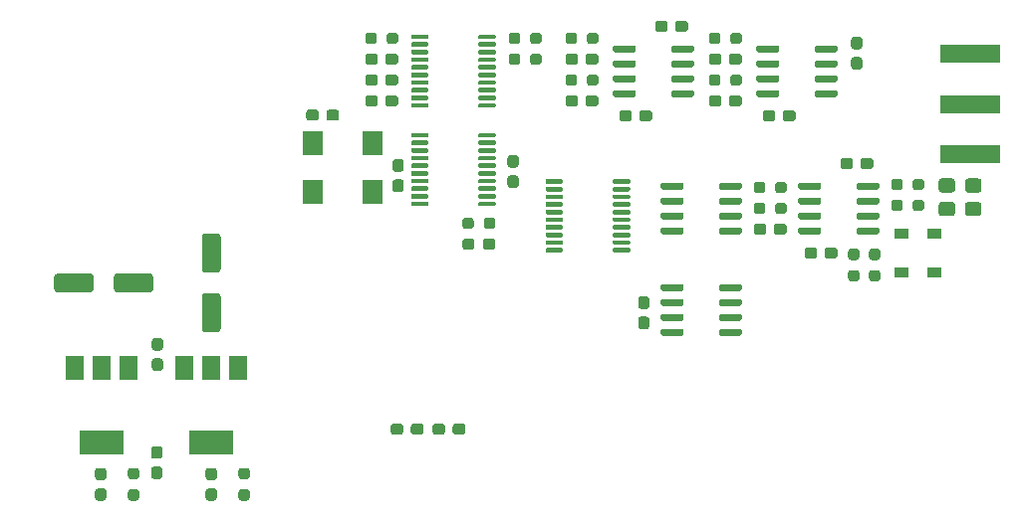
<source format=gtp>
G04 #@! TF.GenerationSoftware,KiCad,Pcbnew,(5.1.9)-1*
G04 #@! TF.CreationDate,2022-01-14T23:32:10+03:00*
G04 #@! TF.ProjectId,HW,48572e6b-6963-4616-945f-706362585858,rev?*
G04 #@! TF.SameCoordinates,Original*
G04 #@! TF.FileFunction,Paste,Top*
G04 #@! TF.FilePolarity,Positive*
%FSLAX46Y46*%
G04 Gerber Fmt 4.6, Leading zero omitted, Abs format (unit mm)*
G04 Created by KiCad (PCBNEW (5.1.9)-1) date 2022-01-14 23:32:10*
%MOMM*%
%LPD*%
G01*
G04 APERTURE LIST*
%ADD10R,1.200000X0.900000*%
%ADD11R,1.500000X2.000000*%
%ADD12R,3.800000X2.000000*%
%ADD13R,1.800000X2.000000*%
%ADD14R,5.080000X1.500000*%
G04 APERTURE END LIST*
D10*
X181102000Y-90042000D03*
X181102000Y-86742000D03*
X183896000Y-86742000D03*
X183896000Y-90042000D03*
G36*
G01*
X165584000Y-91463000D02*
X165584000Y-91163000D01*
G75*
G02*
X165734000Y-91013000I150000J0D01*
G01*
X167384000Y-91013000D01*
G75*
G02*
X167534000Y-91163000I0J-150000D01*
G01*
X167534000Y-91463000D01*
G75*
G02*
X167384000Y-91613000I-150000J0D01*
G01*
X165734000Y-91613000D01*
G75*
G02*
X165584000Y-91463000I0J150000D01*
G01*
G37*
G36*
G01*
X165584000Y-92733000D02*
X165584000Y-92433000D01*
G75*
G02*
X165734000Y-92283000I150000J0D01*
G01*
X167384000Y-92283000D01*
G75*
G02*
X167534000Y-92433000I0J-150000D01*
G01*
X167534000Y-92733000D01*
G75*
G02*
X167384000Y-92883000I-150000J0D01*
G01*
X165734000Y-92883000D01*
G75*
G02*
X165584000Y-92733000I0J150000D01*
G01*
G37*
G36*
G01*
X165584000Y-94003000D02*
X165584000Y-93703000D01*
G75*
G02*
X165734000Y-93553000I150000J0D01*
G01*
X167384000Y-93553000D01*
G75*
G02*
X167534000Y-93703000I0J-150000D01*
G01*
X167534000Y-94003000D01*
G75*
G02*
X167384000Y-94153000I-150000J0D01*
G01*
X165734000Y-94153000D01*
G75*
G02*
X165584000Y-94003000I0J150000D01*
G01*
G37*
G36*
G01*
X165584000Y-95273000D02*
X165584000Y-94973000D01*
G75*
G02*
X165734000Y-94823000I150000J0D01*
G01*
X167384000Y-94823000D01*
G75*
G02*
X167534000Y-94973000I0J-150000D01*
G01*
X167534000Y-95273000D01*
G75*
G02*
X167384000Y-95423000I-150000J0D01*
G01*
X165734000Y-95423000D01*
G75*
G02*
X165584000Y-95273000I0J150000D01*
G01*
G37*
G36*
G01*
X160634000Y-95273000D02*
X160634000Y-94973000D01*
G75*
G02*
X160784000Y-94823000I150000J0D01*
G01*
X162434000Y-94823000D01*
G75*
G02*
X162584000Y-94973000I0J-150000D01*
G01*
X162584000Y-95273000D01*
G75*
G02*
X162434000Y-95423000I-150000J0D01*
G01*
X160784000Y-95423000D01*
G75*
G02*
X160634000Y-95273000I0J150000D01*
G01*
G37*
G36*
G01*
X160634000Y-94003000D02*
X160634000Y-93703000D01*
G75*
G02*
X160784000Y-93553000I150000J0D01*
G01*
X162434000Y-93553000D01*
G75*
G02*
X162584000Y-93703000I0J-150000D01*
G01*
X162584000Y-94003000D01*
G75*
G02*
X162434000Y-94153000I-150000J0D01*
G01*
X160784000Y-94153000D01*
G75*
G02*
X160634000Y-94003000I0J150000D01*
G01*
G37*
G36*
G01*
X160634000Y-92733000D02*
X160634000Y-92433000D01*
G75*
G02*
X160784000Y-92283000I150000J0D01*
G01*
X162434000Y-92283000D01*
G75*
G02*
X162584000Y-92433000I0J-150000D01*
G01*
X162584000Y-92733000D01*
G75*
G02*
X162434000Y-92883000I-150000J0D01*
G01*
X160784000Y-92883000D01*
G75*
G02*
X160634000Y-92733000I0J150000D01*
G01*
G37*
G36*
G01*
X160634000Y-91463000D02*
X160634000Y-91163000D01*
G75*
G02*
X160784000Y-91013000I150000J0D01*
G01*
X162434000Y-91013000D01*
G75*
G02*
X162584000Y-91163000I0J-150000D01*
G01*
X162584000Y-91463000D01*
G75*
G02*
X162434000Y-91613000I-150000J0D01*
G01*
X160784000Y-91613000D01*
G75*
G02*
X160634000Y-91463000I0J150000D01*
G01*
G37*
D11*
X124728000Y-98196000D03*
X120128000Y-98196000D03*
X122428000Y-98196000D03*
D12*
X122428000Y-104496000D03*
D11*
X115393500Y-98196000D03*
X110793500Y-98196000D03*
X113093500Y-98196000D03*
D12*
X113093500Y-104496000D03*
G36*
G01*
X156557000Y-82392000D02*
X156557000Y-82192000D01*
G75*
G02*
X156657000Y-82092000I100000J0D01*
G01*
X157932000Y-82092000D01*
G75*
G02*
X158032000Y-82192000I0J-100000D01*
G01*
X158032000Y-82392000D01*
G75*
G02*
X157932000Y-82492000I-100000J0D01*
G01*
X156657000Y-82492000D01*
G75*
G02*
X156557000Y-82392000I0J100000D01*
G01*
G37*
G36*
G01*
X156557000Y-83042000D02*
X156557000Y-82842000D01*
G75*
G02*
X156657000Y-82742000I100000J0D01*
G01*
X157932000Y-82742000D01*
G75*
G02*
X158032000Y-82842000I0J-100000D01*
G01*
X158032000Y-83042000D01*
G75*
G02*
X157932000Y-83142000I-100000J0D01*
G01*
X156657000Y-83142000D01*
G75*
G02*
X156557000Y-83042000I0J100000D01*
G01*
G37*
G36*
G01*
X156557000Y-83692000D02*
X156557000Y-83492000D01*
G75*
G02*
X156657000Y-83392000I100000J0D01*
G01*
X157932000Y-83392000D01*
G75*
G02*
X158032000Y-83492000I0J-100000D01*
G01*
X158032000Y-83692000D01*
G75*
G02*
X157932000Y-83792000I-100000J0D01*
G01*
X156657000Y-83792000D01*
G75*
G02*
X156557000Y-83692000I0J100000D01*
G01*
G37*
G36*
G01*
X156557000Y-84342000D02*
X156557000Y-84142000D01*
G75*
G02*
X156657000Y-84042000I100000J0D01*
G01*
X157932000Y-84042000D01*
G75*
G02*
X158032000Y-84142000I0J-100000D01*
G01*
X158032000Y-84342000D01*
G75*
G02*
X157932000Y-84442000I-100000J0D01*
G01*
X156657000Y-84442000D01*
G75*
G02*
X156557000Y-84342000I0J100000D01*
G01*
G37*
G36*
G01*
X156557000Y-84992000D02*
X156557000Y-84792000D01*
G75*
G02*
X156657000Y-84692000I100000J0D01*
G01*
X157932000Y-84692000D01*
G75*
G02*
X158032000Y-84792000I0J-100000D01*
G01*
X158032000Y-84992000D01*
G75*
G02*
X157932000Y-85092000I-100000J0D01*
G01*
X156657000Y-85092000D01*
G75*
G02*
X156557000Y-84992000I0J100000D01*
G01*
G37*
G36*
G01*
X156557000Y-85642000D02*
X156557000Y-85442000D01*
G75*
G02*
X156657000Y-85342000I100000J0D01*
G01*
X157932000Y-85342000D01*
G75*
G02*
X158032000Y-85442000I0J-100000D01*
G01*
X158032000Y-85642000D01*
G75*
G02*
X157932000Y-85742000I-100000J0D01*
G01*
X156657000Y-85742000D01*
G75*
G02*
X156557000Y-85642000I0J100000D01*
G01*
G37*
G36*
G01*
X156557000Y-86292000D02*
X156557000Y-86092000D01*
G75*
G02*
X156657000Y-85992000I100000J0D01*
G01*
X157932000Y-85992000D01*
G75*
G02*
X158032000Y-86092000I0J-100000D01*
G01*
X158032000Y-86292000D01*
G75*
G02*
X157932000Y-86392000I-100000J0D01*
G01*
X156657000Y-86392000D01*
G75*
G02*
X156557000Y-86292000I0J100000D01*
G01*
G37*
G36*
G01*
X156557000Y-86942000D02*
X156557000Y-86742000D01*
G75*
G02*
X156657000Y-86642000I100000J0D01*
G01*
X157932000Y-86642000D01*
G75*
G02*
X158032000Y-86742000I0J-100000D01*
G01*
X158032000Y-86942000D01*
G75*
G02*
X157932000Y-87042000I-100000J0D01*
G01*
X156657000Y-87042000D01*
G75*
G02*
X156557000Y-86942000I0J100000D01*
G01*
G37*
G36*
G01*
X156557000Y-87592000D02*
X156557000Y-87392000D01*
G75*
G02*
X156657000Y-87292000I100000J0D01*
G01*
X157932000Y-87292000D01*
G75*
G02*
X158032000Y-87392000I0J-100000D01*
G01*
X158032000Y-87592000D01*
G75*
G02*
X157932000Y-87692000I-100000J0D01*
G01*
X156657000Y-87692000D01*
G75*
G02*
X156557000Y-87592000I0J100000D01*
G01*
G37*
G36*
G01*
X156557000Y-88242000D02*
X156557000Y-88042000D01*
G75*
G02*
X156657000Y-87942000I100000J0D01*
G01*
X157932000Y-87942000D01*
G75*
G02*
X158032000Y-88042000I0J-100000D01*
G01*
X158032000Y-88242000D01*
G75*
G02*
X157932000Y-88342000I-100000J0D01*
G01*
X156657000Y-88342000D01*
G75*
G02*
X156557000Y-88242000I0J100000D01*
G01*
G37*
G36*
G01*
X150832000Y-88242000D02*
X150832000Y-88042000D01*
G75*
G02*
X150932000Y-87942000I100000J0D01*
G01*
X152207000Y-87942000D01*
G75*
G02*
X152307000Y-88042000I0J-100000D01*
G01*
X152307000Y-88242000D01*
G75*
G02*
X152207000Y-88342000I-100000J0D01*
G01*
X150932000Y-88342000D01*
G75*
G02*
X150832000Y-88242000I0J100000D01*
G01*
G37*
G36*
G01*
X150832000Y-87592000D02*
X150832000Y-87392000D01*
G75*
G02*
X150932000Y-87292000I100000J0D01*
G01*
X152207000Y-87292000D01*
G75*
G02*
X152307000Y-87392000I0J-100000D01*
G01*
X152307000Y-87592000D01*
G75*
G02*
X152207000Y-87692000I-100000J0D01*
G01*
X150932000Y-87692000D01*
G75*
G02*
X150832000Y-87592000I0J100000D01*
G01*
G37*
G36*
G01*
X150832000Y-86942000D02*
X150832000Y-86742000D01*
G75*
G02*
X150932000Y-86642000I100000J0D01*
G01*
X152207000Y-86642000D01*
G75*
G02*
X152307000Y-86742000I0J-100000D01*
G01*
X152307000Y-86942000D01*
G75*
G02*
X152207000Y-87042000I-100000J0D01*
G01*
X150932000Y-87042000D01*
G75*
G02*
X150832000Y-86942000I0J100000D01*
G01*
G37*
G36*
G01*
X150832000Y-86292000D02*
X150832000Y-86092000D01*
G75*
G02*
X150932000Y-85992000I100000J0D01*
G01*
X152207000Y-85992000D01*
G75*
G02*
X152307000Y-86092000I0J-100000D01*
G01*
X152307000Y-86292000D01*
G75*
G02*
X152207000Y-86392000I-100000J0D01*
G01*
X150932000Y-86392000D01*
G75*
G02*
X150832000Y-86292000I0J100000D01*
G01*
G37*
G36*
G01*
X150832000Y-85642000D02*
X150832000Y-85442000D01*
G75*
G02*
X150932000Y-85342000I100000J0D01*
G01*
X152207000Y-85342000D01*
G75*
G02*
X152307000Y-85442000I0J-100000D01*
G01*
X152307000Y-85642000D01*
G75*
G02*
X152207000Y-85742000I-100000J0D01*
G01*
X150932000Y-85742000D01*
G75*
G02*
X150832000Y-85642000I0J100000D01*
G01*
G37*
G36*
G01*
X150832000Y-84992000D02*
X150832000Y-84792000D01*
G75*
G02*
X150932000Y-84692000I100000J0D01*
G01*
X152207000Y-84692000D01*
G75*
G02*
X152307000Y-84792000I0J-100000D01*
G01*
X152307000Y-84992000D01*
G75*
G02*
X152207000Y-85092000I-100000J0D01*
G01*
X150932000Y-85092000D01*
G75*
G02*
X150832000Y-84992000I0J100000D01*
G01*
G37*
G36*
G01*
X150832000Y-84342000D02*
X150832000Y-84142000D01*
G75*
G02*
X150932000Y-84042000I100000J0D01*
G01*
X152207000Y-84042000D01*
G75*
G02*
X152307000Y-84142000I0J-100000D01*
G01*
X152307000Y-84342000D01*
G75*
G02*
X152207000Y-84442000I-100000J0D01*
G01*
X150932000Y-84442000D01*
G75*
G02*
X150832000Y-84342000I0J100000D01*
G01*
G37*
G36*
G01*
X150832000Y-83692000D02*
X150832000Y-83492000D01*
G75*
G02*
X150932000Y-83392000I100000J0D01*
G01*
X152207000Y-83392000D01*
G75*
G02*
X152307000Y-83492000I0J-100000D01*
G01*
X152307000Y-83692000D01*
G75*
G02*
X152207000Y-83792000I-100000J0D01*
G01*
X150932000Y-83792000D01*
G75*
G02*
X150832000Y-83692000I0J100000D01*
G01*
G37*
G36*
G01*
X150832000Y-83042000D02*
X150832000Y-82842000D01*
G75*
G02*
X150932000Y-82742000I100000J0D01*
G01*
X152207000Y-82742000D01*
G75*
G02*
X152307000Y-82842000I0J-100000D01*
G01*
X152307000Y-83042000D01*
G75*
G02*
X152207000Y-83142000I-100000J0D01*
G01*
X150932000Y-83142000D01*
G75*
G02*
X150832000Y-83042000I0J100000D01*
G01*
G37*
G36*
G01*
X150832000Y-82392000D02*
X150832000Y-82192000D01*
G75*
G02*
X150932000Y-82092000I100000J0D01*
G01*
X152207000Y-82092000D01*
G75*
G02*
X152307000Y-82192000I0J-100000D01*
G01*
X152307000Y-82392000D01*
G75*
G02*
X152207000Y-82492000I-100000J0D01*
G01*
X150932000Y-82492000D01*
G75*
G02*
X150832000Y-82392000I0J100000D01*
G01*
G37*
G36*
G01*
X145127000Y-78455000D02*
X145127000Y-78255000D01*
G75*
G02*
X145227000Y-78155000I100000J0D01*
G01*
X146502000Y-78155000D01*
G75*
G02*
X146602000Y-78255000I0J-100000D01*
G01*
X146602000Y-78455000D01*
G75*
G02*
X146502000Y-78555000I-100000J0D01*
G01*
X145227000Y-78555000D01*
G75*
G02*
X145127000Y-78455000I0J100000D01*
G01*
G37*
G36*
G01*
X145127000Y-79105000D02*
X145127000Y-78905000D01*
G75*
G02*
X145227000Y-78805000I100000J0D01*
G01*
X146502000Y-78805000D01*
G75*
G02*
X146602000Y-78905000I0J-100000D01*
G01*
X146602000Y-79105000D01*
G75*
G02*
X146502000Y-79205000I-100000J0D01*
G01*
X145227000Y-79205000D01*
G75*
G02*
X145127000Y-79105000I0J100000D01*
G01*
G37*
G36*
G01*
X145127000Y-79755000D02*
X145127000Y-79555000D01*
G75*
G02*
X145227000Y-79455000I100000J0D01*
G01*
X146502000Y-79455000D01*
G75*
G02*
X146602000Y-79555000I0J-100000D01*
G01*
X146602000Y-79755000D01*
G75*
G02*
X146502000Y-79855000I-100000J0D01*
G01*
X145227000Y-79855000D01*
G75*
G02*
X145127000Y-79755000I0J100000D01*
G01*
G37*
G36*
G01*
X145127000Y-80405000D02*
X145127000Y-80205000D01*
G75*
G02*
X145227000Y-80105000I100000J0D01*
G01*
X146502000Y-80105000D01*
G75*
G02*
X146602000Y-80205000I0J-100000D01*
G01*
X146602000Y-80405000D01*
G75*
G02*
X146502000Y-80505000I-100000J0D01*
G01*
X145227000Y-80505000D01*
G75*
G02*
X145127000Y-80405000I0J100000D01*
G01*
G37*
G36*
G01*
X145127000Y-81055000D02*
X145127000Y-80855000D01*
G75*
G02*
X145227000Y-80755000I100000J0D01*
G01*
X146502000Y-80755000D01*
G75*
G02*
X146602000Y-80855000I0J-100000D01*
G01*
X146602000Y-81055000D01*
G75*
G02*
X146502000Y-81155000I-100000J0D01*
G01*
X145227000Y-81155000D01*
G75*
G02*
X145127000Y-81055000I0J100000D01*
G01*
G37*
G36*
G01*
X145127000Y-81705000D02*
X145127000Y-81505000D01*
G75*
G02*
X145227000Y-81405000I100000J0D01*
G01*
X146502000Y-81405000D01*
G75*
G02*
X146602000Y-81505000I0J-100000D01*
G01*
X146602000Y-81705000D01*
G75*
G02*
X146502000Y-81805000I-100000J0D01*
G01*
X145227000Y-81805000D01*
G75*
G02*
X145127000Y-81705000I0J100000D01*
G01*
G37*
G36*
G01*
X145127000Y-82355000D02*
X145127000Y-82155000D01*
G75*
G02*
X145227000Y-82055000I100000J0D01*
G01*
X146502000Y-82055000D01*
G75*
G02*
X146602000Y-82155000I0J-100000D01*
G01*
X146602000Y-82355000D01*
G75*
G02*
X146502000Y-82455000I-100000J0D01*
G01*
X145227000Y-82455000D01*
G75*
G02*
X145127000Y-82355000I0J100000D01*
G01*
G37*
G36*
G01*
X145127000Y-83005000D02*
X145127000Y-82805000D01*
G75*
G02*
X145227000Y-82705000I100000J0D01*
G01*
X146502000Y-82705000D01*
G75*
G02*
X146602000Y-82805000I0J-100000D01*
G01*
X146602000Y-83005000D01*
G75*
G02*
X146502000Y-83105000I-100000J0D01*
G01*
X145227000Y-83105000D01*
G75*
G02*
X145127000Y-83005000I0J100000D01*
G01*
G37*
G36*
G01*
X145127000Y-83655000D02*
X145127000Y-83455000D01*
G75*
G02*
X145227000Y-83355000I100000J0D01*
G01*
X146502000Y-83355000D01*
G75*
G02*
X146602000Y-83455000I0J-100000D01*
G01*
X146602000Y-83655000D01*
G75*
G02*
X146502000Y-83755000I-100000J0D01*
G01*
X145227000Y-83755000D01*
G75*
G02*
X145127000Y-83655000I0J100000D01*
G01*
G37*
G36*
G01*
X145127000Y-84305000D02*
X145127000Y-84105000D01*
G75*
G02*
X145227000Y-84005000I100000J0D01*
G01*
X146502000Y-84005000D01*
G75*
G02*
X146602000Y-84105000I0J-100000D01*
G01*
X146602000Y-84305000D01*
G75*
G02*
X146502000Y-84405000I-100000J0D01*
G01*
X145227000Y-84405000D01*
G75*
G02*
X145127000Y-84305000I0J100000D01*
G01*
G37*
G36*
G01*
X139402000Y-84305000D02*
X139402000Y-84105000D01*
G75*
G02*
X139502000Y-84005000I100000J0D01*
G01*
X140777000Y-84005000D01*
G75*
G02*
X140877000Y-84105000I0J-100000D01*
G01*
X140877000Y-84305000D01*
G75*
G02*
X140777000Y-84405000I-100000J0D01*
G01*
X139502000Y-84405000D01*
G75*
G02*
X139402000Y-84305000I0J100000D01*
G01*
G37*
G36*
G01*
X139402000Y-83655000D02*
X139402000Y-83455000D01*
G75*
G02*
X139502000Y-83355000I100000J0D01*
G01*
X140777000Y-83355000D01*
G75*
G02*
X140877000Y-83455000I0J-100000D01*
G01*
X140877000Y-83655000D01*
G75*
G02*
X140777000Y-83755000I-100000J0D01*
G01*
X139502000Y-83755000D01*
G75*
G02*
X139402000Y-83655000I0J100000D01*
G01*
G37*
G36*
G01*
X139402000Y-83005000D02*
X139402000Y-82805000D01*
G75*
G02*
X139502000Y-82705000I100000J0D01*
G01*
X140777000Y-82705000D01*
G75*
G02*
X140877000Y-82805000I0J-100000D01*
G01*
X140877000Y-83005000D01*
G75*
G02*
X140777000Y-83105000I-100000J0D01*
G01*
X139502000Y-83105000D01*
G75*
G02*
X139402000Y-83005000I0J100000D01*
G01*
G37*
G36*
G01*
X139402000Y-82355000D02*
X139402000Y-82155000D01*
G75*
G02*
X139502000Y-82055000I100000J0D01*
G01*
X140777000Y-82055000D01*
G75*
G02*
X140877000Y-82155000I0J-100000D01*
G01*
X140877000Y-82355000D01*
G75*
G02*
X140777000Y-82455000I-100000J0D01*
G01*
X139502000Y-82455000D01*
G75*
G02*
X139402000Y-82355000I0J100000D01*
G01*
G37*
G36*
G01*
X139402000Y-81705000D02*
X139402000Y-81505000D01*
G75*
G02*
X139502000Y-81405000I100000J0D01*
G01*
X140777000Y-81405000D01*
G75*
G02*
X140877000Y-81505000I0J-100000D01*
G01*
X140877000Y-81705000D01*
G75*
G02*
X140777000Y-81805000I-100000J0D01*
G01*
X139502000Y-81805000D01*
G75*
G02*
X139402000Y-81705000I0J100000D01*
G01*
G37*
G36*
G01*
X139402000Y-81055000D02*
X139402000Y-80855000D01*
G75*
G02*
X139502000Y-80755000I100000J0D01*
G01*
X140777000Y-80755000D01*
G75*
G02*
X140877000Y-80855000I0J-100000D01*
G01*
X140877000Y-81055000D01*
G75*
G02*
X140777000Y-81155000I-100000J0D01*
G01*
X139502000Y-81155000D01*
G75*
G02*
X139402000Y-81055000I0J100000D01*
G01*
G37*
G36*
G01*
X139402000Y-80405000D02*
X139402000Y-80205000D01*
G75*
G02*
X139502000Y-80105000I100000J0D01*
G01*
X140777000Y-80105000D01*
G75*
G02*
X140877000Y-80205000I0J-100000D01*
G01*
X140877000Y-80405000D01*
G75*
G02*
X140777000Y-80505000I-100000J0D01*
G01*
X139502000Y-80505000D01*
G75*
G02*
X139402000Y-80405000I0J100000D01*
G01*
G37*
G36*
G01*
X139402000Y-79755000D02*
X139402000Y-79555000D01*
G75*
G02*
X139502000Y-79455000I100000J0D01*
G01*
X140777000Y-79455000D01*
G75*
G02*
X140877000Y-79555000I0J-100000D01*
G01*
X140877000Y-79755000D01*
G75*
G02*
X140777000Y-79855000I-100000J0D01*
G01*
X139502000Y-79855000D01*
G75*
G02*
X139402000Y-79755000I0J100000D01*
G01*
G37*
G36*
G01*
X139402000Y-79105000D02*
X139402000Y-78905000D01*
G75*
G02*
X139502000Y-78805000I100000J0D01*
G01*
X140777000Y-78805000D01*
G75*
G02*
X140877000Y-78905000I0J-100000D01*
G01*
X140877000Y-79105000D01*
G75*
G02*
X140777000Y-79205000I-100000J0D01*
G01*
X139502000Y-79205000D01*
G75*
G02*
X139402000Y-79105000I0J100000D01*
G01*
G37*
G36*
G01*
X139402000Y-78455000D02*
X139402000Y-78255000D01*
G75*
G02*
X139502000Y-78155000I100000J0D01*
G01*
X140777000Y-78155000D01*
G75*
G02*
X140877000Y-78255000I0J-100000D01*
G01*
X140877000Y-78455000D01*
G75*
G02*
X140777000Y-78555000I-100000J0D01*
G01*
X139502000Y-78555000D01*
G75*
G02*
X139402000Y-78455000I0J100000D01*
G01*
G37*
G36*
G01*
X162584000Y-86337000D02*
X162584000Y-86637000D01*
G75*
G02*
X162434000Y-86787000I-150000J0D01*
G01*
X160784000Y-86787000D01*
G75*
G02*
X160634000Y-86637000I0J150000D01*
G01*
X160634000Y-86337000D01*
G75*
G02*
X160784000Y-86187000I150000J0D01*
G01*
X162434000Y-86187000D01*
G75*
G02*
X162584000Y-86337000I0J-150000D01*
G01*
G37*
G36*
G01*
X162584000Y-85067000D02*
X162584000Y-85367000D01*
G75*
G02*
X162434000Y-85517000I-150000J0D01*
G01*
X160784000Y-85517000D01*
G75*
G02*
X160634000Y-85367000I0J150000D01*
G01*
X160634000Y-85067000D01*
G75*
G02*
X160784000Y-84917000I150000J0D01*
G01*
X162434000Y-84917000D01*
G75*
G02*
X162584000Y-85067000I0J-150000D01*
G01*
G37*
G36*
G01*
X162584000Y-83797000D02*
X162584000Y-84097000D01*
G75*
G02*
X162434000Y-84247000I-150000J0D01*
G01*
X160784000Y-84247000D01*
G75*
G02*
X160634000Y-84097000I0J150000D01*
G01*
X160634000Y-83797000D01*
G75*
G02*
X160784000Y-83647000I150000J0D01*
G01*
X162434000Y-83647000D01*
G75*
G02*
X162584000Y-83797000I0J-150000D01*
G01*
G37*
G36*
G01*
X162584000Y-82527000D02*
X162584000Y-82827000D01*
G75*
G02*
X162434000Y-82977000I-150000J0D01*
G01*
X160784000Y-82977000D01*
G75*
G02*
X160634000Y-82827000I0J150000D01*
G01*
X160634000Y-82527000D01*
G75*
G02*
X160784000Y-82377000I150000J0D01*
G01*
X162434000Y-82377000D01*
G75*
G02*
X162584000Y-82527000I0J-150000D01*
G01*
G37*
G36*
G01*
X167534000Y-82527000D02*
X167534000Y-82827000D01*
G75*
G02*
X167384000Y-82977000I-150000J0D01*
G01*
X165734000Y-82977000D01*
G75*
G02*
X165584000Y-82827000I0J150000D01*
G01*
X165584000Y-82527000D01*
G75*
G02*
X165734000Y-82377000I150000J0D01*
G01*
X167384000Y-82377000D01*
G75*
G02*
X167534000Y-82527000I0J-150000D01*
G01*
G37*
G36*
G01*
X167534000Y-83797000D02*
X167534000Y-84097000D01*
G75*
G02*
X167384000Y-84247000I-150000J0D01*
G01*
X165734000Y-84247000D01*
G75*
G02*
X165584000Y-84097000I0J150000D01*
G01*
X165584000Y-83797000D01*
G75*
G02*
X165734000Y-83647000I150000J0D01*
G01*
X167384000Y-83647000D01*
G75*
G02*
X167534000Y-83797000I0J-150000D01*
G01*
G37*
G36*
G01*
X167534000Y-85067000D02*
X167534000Y-85367000D01*
G75*
G02*
X167384000Y-85517000I-150000J0D01*
G01*
X165734000Y-85517000D01*
G75*
G02*
X165584000Y-85367000I0J150000D01*
G01*
X165584000Y-85067000D01*
G75*
G02*
X165734000Y-84917000I150000J0D01*
G01*
X167384000Y-84917000D01*
G75*
G02*
X167534000Y-85067000I0J-150000D01*
G01*
G37*
G36*
G01*
X167534000Y-86337000D02*
X167534000Y-86637000D01*
G75*
G02*
X167384000Y-86787000I-150000J0D01*
G01*
X165734000Y-86787000D01*
G75*
G02*
X165584000Y-86637000I0J150000D01*
G01*
X165584000Y-86337000D01*
G75*
G02*
X165734000Y-86187000I150000J0D01*
G01*
X167384000Y-86187000D01*
G75*
G02*
X167534000Y-86337000I0J-150000D01*
G01*
G37*
G36*
G01*
X174268000Y-86337000D02*
X174268000Y-86637000D01*
G75*
G02*
X174118000Y-86787000I-150000J0D01*
G01*
X172468000Y-86787000D01*
G75*
G02*
X172318000Y-86637000I0J150000D01*
G01*
X172318000Y-86337000D01*
G75*
G02*
X172468000Y-86187000I150000J0D01*
G01*
X174118000Y-86187000D01*
G75*
G02*
X174268000Y-86337000I0J-150000D01*
G01*
G37*
G36*
G01*
X174268000Y-85067000D02*
X174268000Y-85367000D01*
G75*
G02*
X174118000Y-85517000I-150000J0D01*
G01*
X172468000Y-85517000D01*
G75*
G02*
X172318000Y-85367000I0J150000D01*
G01*
X172318000Y-85067000D01*
G75*
G02*
X172468000Y-84917000I150000J0D01*
G01*
X174118000Y-84917000D01*
G75*
G02*
X174268000Y-85067000I0J-150000D01*
G01*
G37*
G36*
G01*
X174268000Y-83797000D02*
X174268000Y-84097000D01*
G75*
G02*
X174118000Y-84247000I-150000J0D01*
G01*
X172468000Y-84247000D01*
G75*
G02*
X172318000Y-84097000I0J150000D01*
G01*
X172318000Y-83797000D01*
G75*
G02*
X172468000Y-83647000I150000J0D01*
G01*
X174118000Y-83647000D01*
G75*
G02*
X174268000Y-83797000I0J-150000D01*
G01*
G37*
G36*
G01*
X174268000Y-82527000D02*
X174268000Y-82827000D01*
G75*
G02*
X174118000Y-82977000I-150000J0D01*
G01*
X172468000Y-82977000D01*
G75*
G02*
X172318000Y-82827000I0J150000D01*
G01*
X172318000Y-82527000D01*
G75*
G02*
X172468000Y-82377000I150000J0D01*
G01*
X174118000Y-82377000D01*
G75*
G02*
X174268000Y-82527000I0J-150000D01*
G01*
G37*
G36*
G01*
X179218000Y-82527000D02*
X179218000Y-82827000D01*
G75*
G02*
X179068000Y-82977000I-150000J0D01*
G01*
X177418000Y-82977000D01*
G75*
G02*
X177268000Y-82827000I0J150000D01*
G01*
X177268000Y-82527000D01*
G75*
G02*
X177418000Y-82377000I150000J0D01*
G01*
X179068000Y-82377000D01*
G75*
G02*
X179218000Y-82527000I0J-150000D01*
G01*
G37*
G36*
G01*
X179218000Y-83797000D02*
X179218000Y-84097000D01*
G75*
G02*
X179068000Y-84247000I-150000J0D01*
G01*
X177418000Y-84247000D01*
G75*
G02*
X177268000Y-84097000I0J150000D01*
G01*
X177268000Y-83797000D01*
G75*
G02*
X177418000Y-83647000I150000J0D01*
G01*
X179068000Y-83647000D01*
G75*
G02*
X179218000Y-83797000I0J-150000D01*
G01*
G37*
G36*
G01*
X179218000Y-85067000D02*
X179218000Y-85367000D01*
G75*
G02*
X179068000Y-85517000I-150000J0D01*
G01*
X177418000Y-85517000D01*
G75*
G02*
X177268000Y-85367000I0J150000D01*
G01*
X177268000Y-85067000D01*
G75*
G02*
X177418000Y-84917000I150000J0D01*
G01*
X179068000Y-84917000D01*
G75*
G02*
X179218000Y-85067000I0J-150000D01*
G01*
G37*
G36*
G01*
X179218000Y-86337000D02*
X179218000Y-86637000D01*
G75*
G02*
X179068000Y-86787000I-150000J0D01*
G01*
X177418000Y-86787000D01*
G75*
G02*
X177268000Y-86637000I0J150000D01*
G01*
X177268000Y-86337000D01*
G75*
G02*
X177418000Y-86187000I150000J0D01*
G01*
X179068000Y-86187000D01*
G75*
G02*
X179218000Y-86337000I0J-150000D01*
G01*
G37*
G36*
G01*
X173712000Y-71143000D02*
X173712000Y-70843000D01*
G75*
G02*
X173862000Y-70693000I150000J0D01*
G01*
X175512000Y-70693000D01*
G75*
G02*
X175662000Y-70843000I0J-150000D01*
G01*
X175662000Y-71143000D01*
G75*
G02*
X175512000Y-71293000I-150000J0D01*
G01*
X173862000Y-71293000D01*
G75*
G02*
X173712000Y-71143000I0J150000D01*
G01*
G37*
G36*
G01*
X173712000Y-72413000D02*
X173712000Y-72113000D01*
G75*
G02*
X173862000Y-71963000I150000J0D01*
G01*
X175512000Y-71963000D01*
G75*
G02*
X175662000Y-72113000I0J-150000D01*
G01*
X175662000Y-72413000D01*
G75*
G02*
X175512000Y-72563000I-150000J0D01*
G01*
X173862000Y-72563000D01*
G75*
G02*
X173712000Y-72413000I0J150000D01*
G01*
G37*
G36*
G01*
X173712000Y-73683000D02*
X173712000Y-73383000D01*
G75*
G02*
X173862000Y-73233000I150000J0D01*
G01*
X175512000Y-73233000D01*
G75*
G02*
X175662000Y-73383000I0J-150000D01*
G01*
X175662000Y-73683000D01*
G75*
G02*
X175512000Y-73833000I-150000J0D01*
G01*
X173862000Y-73833000D01*
G75*
G02*
X173712000Y-73683000I0J150000D01*
G01*
G37*
G36*
G01*
X173712000Y-74953000D02*
X173712000Y-74653000D01*
G75*
G02*
X173862000Y-74503000I150000J0D01*
G01*
X175512000Y-74503000D01*
G75*
G02*
X175662000Y-74653000I0J-150000D01*
G01*
X175662000Y-74953000D01*
G75*
G02*
X175512000Y-75103000I-150000J0D01*
G01*
X173862000Y-75103000D01*
G75*
G02*
X173712000Y-74953000I0J150000D01*
G01*
G37*
G36*
G01*
X168762000Y-74953000D02*
X168762000Y-74653000D01*
G75*
G02*
X168912000Y-74503000I150000J0D01*
G01*
X170562000Y-74503000D01*
G75*
G02*
X170712000Y-74653000I0J-150000D01*
G01*
X170712000Y-74953000D01*
G75*
G02*
X170562000Y-75103000I-150000J0D01*
G01*
X168912000Y-75103000D01*
G75*
G02*
X168762000Y-74953000I0J150000D01*
G01*
G37*
G36*
G01*
X168762000Y-73683000D02*
X168762000Y-73383000D01*
G75*
G02*
X168912000Y-73233000I150000J0D01*
G01*
X170562000Y-73233000D01*
G75*
G02*
X170712000Y-73383000I0J-150000D01*
G01*
X170712000Y-73683000D01*
G75*
G02*
X170562000Y-73833000I-150000J0D01*
G01*
X168912000Y-73833000D01*
G75*
G02*
X168762000Y-73683000I0J150000D01*
G01*
G37*
G36*
G01*
X168762000Y-72413000D02*
X168762000Y-72113000D01*
G75*
G02*
X168912000Y-71963000I150000J0D01*
G01*
X170562000Y-71963000D01*
G75*
G02*
X170712000Y-72113000I0J-150000D01*
G01*
X170712000Y-72413000D01*
G75*
G02*
X170562000Y-72563000I-150000J0D01*
G01*
X168912000Y-72563000D01*
G75*
G02*
X168762000Y-72413000I0J150000D01*
G01*
G37*
G36*
G01*
X168762000Y-71143000D02*
X168762000Y-70843000D01*
G75*
G02*
X168912000Y-70693000I150000J0D01*
G01*
X170562000Y-70693000D01*
G75*
G02*
X170712000Y-70843000I0J-150000D01*
G01*
X170712000Y-71143000D01*
G75*
G02*
X170562000Y-71293000I-150000J0D01*
G01*
X168912000Y-71293000D01*
G75*
G02*
X168762000Y-71143000I0J150000D01*
G01*
G37*
G36*
G01*
X161520000Y-71143000D02*
X161520000Y-70843000D01*
G75*
G02*
X161670000Y-70693000I150000J0D01*
G01*
X163320000Y-70693000D01*
G75*
G02*
X163470000Y-70843000I0J-150000D01*
G01*
X163470000Y-71143000D01*
G75*
G02*
X163320000Y-71293000I-150000J0D01*
G01*
X161670000Y-71293000D01*
G75*
G02*
X161520000Y-71143000I0J150000D01*
G01*
G37*
G36*
G01*
X161520000Y-72413000D02*
X161520000Y-72113000D01*
G75*
G02*
X161670000Y-71963000I150000J0D01*
G01*
X163320000Y-71963000D01*
G75*
G02*
X163470000Y-72113000I0J-150000D01*
G01*
X163470000Y-72413000D01*
G75*
G02*
X163320000Y-72563000I-150000J0D01*
G01*
X161670000Y-72563000D01*
G75*
G02*
X161520000Y-72413000I0J150000D01*
G01*
G37*
G36*
G01*
X161520000Y-73683000D02*
X161520000Y-73383000D01*
G75*
G02*
X161670000Y-73233000I150000J0D01*
G01*
X163320000Y-73233000D01*
G75*
G02*
X163470000Y-73383000I0J-150000D01*
G01*
X163470000Y-73683000D01*
G75*
G02*
X163320000Y-73833000I-150000J0D01*
G01*
X161670000Y-73833000D01*
G75*
G02*
X161520000Y-73683000I0J150000D01*
G01*
G37*
G36*
G01*
X161520000Y-74953000D02*
X161520000Y-74653000D01*
G75*
G02*
X161670000Y-74503000I150000J0D01*
G01*
X163320000Y-74503000D01*
G75*
G02*
X163470000Y-74653000I0J-150000D01*
G01*
X163470000Y-74953000D01*
G75*
G02*
X163320000Y-75103000I-150000J0D01*
G01*
X161670000Y-75103000D01*
G75*
G02*
X161520000Y-74953000I0J150000D01*
G01*
G37*
G36*
G01*
X156570000Y-74953000D02*
X156570000Y-74653000D01*
G75*
G02*
X156720000Y-74503000I150000J0D01*
G01*
X158370000Y-74503000D01*
G75*
G02*
X158520000Y-74653000I0J-150000D01*
G01*
X158520000Y-74953000D01*
G75*
G02*
X158370000Y-75103000I-150000J0D01*
G01*
X156720000Y-75103000D01*
G75*
G02*
X156570000Y-74953000I0J150000D01*
G01*
G37*
G36*
G01*
X156570000Y-73683000D02*
X156570000Y-73383000D01*
G75*
G02*
X156720000Y-73233000I150000J0D01*
G01*
X158370000Y-73233000D01*
G75*
G02*
X158520000Y-73383000I0J-150000D01*
G01*
X158520000Y-73683000D01*
G75*
G02*
X158370000Y-73833000I-150000J0D01*
G01*
X156720000Y-73833000D01*
G75*
G02*
X156570000Y-73683000I0J150000D01*
G01*
G37*
G36*
G01*
X156570000Y-72413000D02*
X156570000Y-72113000D01*
G75*
G02*
X156720000Y-71963000I150000J0D01*
G01*
X158370000Y-71963000D01*
G75*
G02*
X158520000Y-72113000I0J-150000D01*
G01*
X158520000Y-72413000D01*
G75*
G02*
X158370000Y-72563000I-150000J0D01*
G01*
X156720000Y-72563000D01*
G75*
G02*
X156570000Y-72413000I0J150000D01*
G01*
G37*
G36*
G01*
X156570000Y-71143000D02*
X156570000Y-70843000D01*
G75*
G02*
X156720000Y-70693000I150000J0D01*
G01*
X158370000Y-70693000D01*
G75*
G02*
X158520000Y-70843000I0J-150000D01*
G01*
X158520000Y-71143000D01*
G75*
G02*
X158370000Y-71293000I-150000J0D01*
G01*
X156720000Y-71293000D01*
G75*
G02*
X156570000Y-71143000I0J150000D01*
G01*
G37*
D13*
X131064000Y-78989500D03*
X136144000Y-78989500D03*
X136144000Y-83189500D03*
X131064000Y-83189500D03*
G36*
G01*
X145127000Y-70073000D02*
X145127000Y-69873000D01*
G75*
G02*
X145227000Y-69773000I100000J0D01*
G01*
X146502000Y-69773000D01*
G75*
G02*
X146602000Y-69873000I0J-100000D01*
G01*
X146602000Y-70073000D01*
G75*
G02*
X146502000Y-70173000I-100000J0D01*
G01*
X145227000Y-70173000D01*
G75*
G02*
X145127000Y-70073000I0J100000D01*
G01*
G37*
G36*
G01*
X145127000Y-70723000D02*
X145127000Y-70523000D01*
G75*
G02*
X145227000Y-70423000I100000J0D01*
G01*
X146502000Y-70423000D01*
G75*
G02*
X146602000Y-70523000I0J-100000D01*
G01*
X146602000Y-70723000D01*
G75*
G02*
X146502000Y-70823000I-100000J0D01*
G01*
X145227000Y-70823000D01*
G75*
G02*
X145127000Y-70723000I0J100000D01*
G01*
G37*
G36*
G01*
X145127000Y-71373000D02*
X145127000Y-71173000D01*
G75*
G02*
X145227000Y-71073000I100000J0D01*
G01*
X146502000Y-71073000D01*
G75*
G02*
X146602000Y-71173000I0J-100000D01*
G01*
X146602000Y-71373000D01*
G75*
G02*
X146502000Y-71473000I-100000J0D01*
G01*
X145227000Y-71473000D01*
G75*
G02*
X145127000Y-71373000I0J100000D01*
G01*
G37*
G36*
G01*
X145127000Y-72023000D02*
X145127000Y-71823000D01*
G75*
G02*
X145227000Y-71723000I100000J0D01*
G01*
X146502000Y-71723000D01*
G75*
G02*
X146602000Y-71823000I0J-100000D01*
G01*
X146602000Y-72023000D01*
G75*
G02*
X146502000Y-72123000I-100000J0D01*
G01*
X145227000Y-72123000D01*
G75*
G02*
X145127000Y-72023000I0J100000D01*
G01*
G37*
G36*
G01*
X145127000Y-72673000D02*
X145127000Y-72473000D01*
G75*
G02*
X145227000Y-72373000I100000J0D01*
G01*
X146502000Y-72373000D01*
G75*
G02*
X146602000Y-72473000I0J-100000D01*
G01*
X146602000Y-72673000D01*
G75*
G02*
X146502000Y-72773000I-100000J0D01*
G01*
X145227000Y-72773000D01*
G75*
G02*
X145127000Y-72673000I0J100000D01*
G01*
G37*
G36*
G01*
X145127000Y-73323000D02*
X145127000Y-73123000D01*
G75*
G02*
X145227000Y-73023000I100000J0D01*
G01*
X146502000Y-73023000D01*
G75*
G02*
X146602000Y-73123000I0J-100000D01*
G01*
X146602000Y-73323000D01*
G75*
G02*
X146502000Y-73423000I-100000J0D01*
G01*
X145227000Y-73423000D01*
G75*
G02*
X145127000Y-73323000I0J100000D01*
G01*
G37*
G36*
G01*
X145127000Y-73973000D02*
X145127000Y-73773000D01*
G75*
G02*
X145227000Y-73673000I100000J0D01*
G01*
X146502000Y-73673000D01*
G75*
G02*
X146602000Y-73773000I0J-100000D01*
G01*
X146602000Y-73973000D01*
G75*
G02*
X146502000Y-74073000I-100000J0D01*
G01*
X145227000Y-74073000D01*
G75*
G02*
X145127000Y-73973000I0J100000D01*
G01*
G37*
G36*
G01*
X145127000Y-74623000D02*
X145127000Y-74423000D01*
G75*
G02*
X145227000Y-74323000I100000J0D01*
G01*
X146502000Y-74323000D01*
G75*
G02*
X146602000Y-74423000I0J-100000D01*
G01*
X146602000Y-74623000D01*
G75*
G02*
X146502000Y-74723000I-100000J0D01*
G01*
X145227000Y-74723000D01*
G75*
G02*
X145127000Y-74623000I0J100000D01*
G01*
G37*
G36*
G01*
X145127000Y-75273000D02*
X145127000Y-75073000D01*
G75*
G02*
X145227000Y-74973000I100000J0D01*
G01*
X146502000Y-74973000D01*
G75*
G02*
X146602000Y-75073000I0J-100000D01*
G01*
X146602000Y-75273000D01*
G75*
G02*
X146502000Y-75373000I-100000J0D01*
G01*
X145227000Y-75373000D01*
G75*
G02*
X145127000Y-75273000I0J100000D01*
G01*
G37*
G36*
G01*
X145127000Y-75923000D02*
X145127000Y-75723000D01*
G75*
G02*
X145227000Y-75623000I100000J0D01*
G01*
X146502000Y-75623000D01*
G75*
G02*
X146602000Y-75723000I0J-100000D01*
G01*
X146602000Y-75923000D01*
G75*
G02*
X146502000Y-76023000I-100000J0D01*
G01*
X145227000Y-76023000D01*
G75*
G02*
X145127000Y-75923000I0J100000D01*
G01*
G37*
G36*
G01*
X139402000Y-75923000D02*
X139402000Y-75723000D01*
G75*
G02*
X139502000Y-75623000I100000J0D01*
G01*
X140777000Y-75623000D01*
G75*
G02*
X140877000Y-75723000I0J-100000D01*
G01*
X140877000Y-75923000D01*
G75*
G02*
X140777000Y-76023000I-100000J0D01*
G01*
X139502000Y-76023000D01*
G75*
G02*
X139402000Y-75923000I0J100000D01*
G01*
G37*
G36*
G01*
X139402000Y-75273000D02*
X139402000Y-75073000D01*
G75*
G02*
X139502000Y-74973000I100000J0D01*
G01*
X140777000Y-74973000D01*
G75*
G02*
X140877000Y-75073000I0J-100000D01*
G01*
X140877000Y-75273000D01*
G75*
G02*
X140777000Y-75373000I-100000J0D01*
G01*
X139502000Y-75373000D01*
G75*
G02*
X139402000Y-75273000I0J100000D01*
G01*
G37*
G36*
G01*
X139402000Y-74623000D02*
X139402000Y-74423000D01*
G75*
G02*
X139502000Y-74323000I100000J0D01*
G01*
X140777000Y-74323000D01*
G75*
G02*
X140877000Y-74423000I0J-100000D01*
G01*
X140877000Y-74623000D01*
G75*
G02*
X140777000Y-74723000I-100000J0D01*
G01*
X139502000Y-74723000D01*
G75*
G02*
X139402000Y-74623000I0J100000D01*
G01*
G37*
G36*
G01*
X139402000Y-73973000D02*
X139402000Y-73773000D01*
G75*
G02*
X139502000Y-73673000I100000J0D01*
G01*
X140777000Y-73673000D01*
G75*
G02*
X140877000Y-73773000I0J-100000D01*
G01*
X140877000Y-73973000D01*
G75*
G02*
X140777000Y-74073000I-100000J0D01*
G01*
X139502000Y-74073000D01*
G75*
G02*
X139402000Y-73973000I0J100000D01*
G01*
G37*
G36*
G01*
X139402000Y-73323000D02*
X139402000Y-73123000D01*
G75*
G02*
X139502000Y-73023000I100000J0D01*
G01*
X140777000Y-73023000D01*
G75*
G02*
X140877000Y-73123000I0J-100000D01*
G01*
X140877000Y-73323000D01*
G75*
G02*
X140777000Y-73423000I-100000J0D01*
G01*
X139502000Y-73423000D01*
G75*
G02*
X139402000Y-73323000I0J100000D01*
G01*
G37*
G36*
G01*
X139402000Y-72673000D02*
X139402000Y-72473000D01*
G75*
G02*
X139502000Y-72373000I100000J0D01*
G01*
X140777000Y-72373000D01*
G75*
G02*
X140877000Y-72473000I0J-100000D01*
G01*
X140877000Y-72673000D01*
G75*
G02*
X140777000Y-72773000I-100000J0D01*
G01*
X139502000Y-72773000D01*
G75*
G02*
X139402000Y-72673000I0J100000D01*
G01*
G37*
G36*
G01*
X139402000Y-72023000D02*
X139402000Y-71823000D01*
G75*
G02*
X139502000Y-71723000I100000J0D01*
G01*
X140777000Y-71723000D01*
G75*
G02*
X140877000Y-71823000I0J-100000D01*
G01*
X140877000Y-72023000D01*
G75*
G02*
X140777000Y-72123000I-100000J0D01*
G01*
X139502000Y-72123000D01*
G75*
G02*
X139402000Y-72023000I0J100000D01*
G01*
G37*
G36*
G01*
X139402000Y-71373000D02*
X139402000Y-71173000D01*
G75*
G02*
X139502000Y-71073000I100000J0D01*
G01*
X140777000Y-71073000D01*
G75*
G02*
X140877000Y-71173000I0J-100000D01*
G01*
X140877000Y-71373000D01*
G75*
G02*
X140777000Y-71473000I-100000J0D01*
G01*
X139502000Y-71473000D01*
G75*
G02*
X139402000Y-71373000I0J100000D01*
G01*
G37*
G36*
G01*
X139402000Y-70723000D02*
X139402000Y-70523000D01*
G75*
G02*
X139502000Y-70423000I100000J0D01*
G01*
X140777000Y-70423000D01*
G75*
G02*
X140877000Y-70523000I0J-100000D01*
G01*
X140877000Y-70723000D01*
G75*
G02*
X140777000Y-70823000I-100000J0D01*
G01*
X139502000Y-70823000D01*
G75*
G02*
X139402000Y-70723000I0J100000D01*
G01*
G37*
G36*
G01*
X139402000Y-70073000D02*
X139402000Y-69873000D01*
G75*
G02*
X139502000Y-69773000I100000J0D01*
G01*
X140777000Y-69773000D01*
G75*
G02*
X140877000Y-69873000I0J-100000D01*
G01*
X140877000Y-70073000D01*
G75*
G02*
X140777000Y-70173000I-100000J0D01*
G01*
X139502000Y-70173000D01*
G75*
G02*
X139402000Y-70073000I0J100000D01*
G01*
G37*
G36*
G01*
X116061500Y-107652000D02*
X115586500Y-107652000D01*
G75*
G02*
X115349000Y-107414500I0J237500D01*
G01*
X115349000Y-106914500D01*
G75*
G02*
X115586500Y-106677000I237500J0D01*
G01*
X116061500Y-106677000D01*
G75*
G02*
X116299000Y-106914500I0J-237500D01*
G01*
X116299000Y-107414500D01*
G75*
G02*
X116061500Y-107652000I-237500J0D01*
G01*
G37*
G36*
G01*
X116061500Y-109477000D02*
X115586500Y-109477000D01*
G75*
G02*
X115349000Y-109239500I0J237500D01*
G01*
X115349000Y-108739500D01*
G75*
G02*
X115586500Y-108502000I237500J0D01*
G01*
X116061500Y-108502000D01*
G75*
G02*
X116299000Y-108739500I0J-237500D01*
G01*
X116299000Y-109239500D01*
G75*
G02*
X116061500Y-109477000I-237500J0D01*
G01*
G37*
G36*
G01*
X125459500Y-107652000D02*
X124984500Y-107652000D01*
G75*
G02*
X124747000Y-107414500I0J237500D01*
G01*
X124747000Y-106914500D01*
G75*
G02*
X124984500Y-106677000I237500J0D01*
G01*
X125459500Y-106677000D01*
G75*
G02*
X125697000Y-106914500I0J-237500D01*
G01*
X125697000Y-107414500D01*
G75*
G02*
X125459500Y-107652000I-237500J0D01*
G01*
G37*
G36*
G01*
X125459500Y-109477000D02*
X124984500Y-109477000D01*
G75*
G02*
X124747000Y-109239500I0J237500D01*
G01*
X124747000Y-108739500D01*
G75*
G02*
X124984500Y-108502000I237500J0D01*
G01*
X125459500Y-108502000D01*
G75*
G02*
X125697000Y-108739500I0J-237500D01*
G01*
X125697000Y-109239500D01*
G75*
G02*
X125459500Y-109477000I-237500J0D01*
G01*
G37*
G36*
G01*
X144736000Y-85614500D02*
X144736000Y-86089500D01*
G75*
G02*
X144498500Y-86327000I-237500J0D01*
G01*
X143998500Y-86327000D01*
G75*
G02*
X143761000Y-86089500I0J237500D01*
G01*
X143761000Y-85614500D01*
G75*
G02*
X143998500Y-85377000I237500J0D01*
G01*
X144498500Y-85377000D01*
G75*
G02*
X144736000Y-85614500I0J-237500D01*
G01*
G37*
G36*
G01*
X146561000Y-85614500D02*
X146561000Y-86089500D01*
G75*
G02*
X146323500Y-86327000I-237500J0D01*
G01*
X145823500Y-86327000D01*
G75*
G02*
X145586000Y-86089500I0J237500D01*
G01*
X145586000Y-85614500D01*
G75*
G02*
X145823500Y-85377000I237500J0D01*
G01*
X146323500Y-85377000D01*
G75*
G02*
X146561000Y-85614500I0J-237500D01*
G01*
G37*
G36*
G01*
X186747999Y-84036000D02*
X187648001Y-84036000D01*
G75*
G02*
X187898000Y-84285999I0J-249999D01*
G01*
X187898000Y-84986001D01*
G75*
G02*
X187648001Y-85236000I-249999J0D01*
G01*
X186747999Y-85236000D01*
G75*
G02*
X186498000Y-84986001I0J249999D01*
G01*
X186498000Y-84285999D01*
G75*
G02*
X186747999Y-84036000I249999J0D01*
G01*
G37*
G36*
G01*
X186747999Y-82036000D02*
X187648001Y-82036000D01*
G75*
G02*
X187898000Y-82285999I0J-249999D01*
G01*
X187898000Y-82986001D01*
G75*
G02*
X187648001Y-83236000I-249999J0D01*
G01*
X186747999Y-83236000D01*
G75*
G02*
X186498000Y-82986001I0J249999D01*
G01*
X186498000Y-82285999D01*
G75*
G02*
X186747999Y-82036000I249999J0D01*
G01*
G37*
G36*
G01*
X184503999Y-84036000D02*
X185404001Y-84036000D01*
G75*
G02*
X185654000Y-84285999I0J-249999D01*
G01*
X185654000Y-84986001D01*
G75*
G02*
X185404001Y-85236000I-249999J0D01*
G01*
X184503999Y-85236000D01*
G75*
G02*
X184254000Y-84986001I0J249999D01*
G01*
X184254000Y-84285999D01*
G75*
G02*
X184503999Y-84036000I249999J0D01*
G01*
G37*
G36*
G01*
X184503999Y-82036000D02*
X185404001Y-82036000D01*
G75*
G02*
X185654000Y-82285999I0J-249999D01*
G01*
X185654000Y-82986001D01*
G75*
G02*
X185404001Y-83236000I-249999J0D01*
G01*
X184503999Y-83236000D01*
G75*
G02*
X184254000Y-82986001I0J249999D01*
G01*
X184254000Y-82285999D01*
G75*
G02*
X184503999Y-82036000I249999J0D01*
G01*
G37*
G36*
G01*
X169501000Y-84344500D02*
X169501000Y-84819500D01*
G75*
G02*
X169263500Y-85057000I-237500J0D01*
G01*
X168763500Y-85057000D01*
G75*
G02*
X168526000Y-84819500I0J237500D01*
G01*
X168526000Y-84344500D01*
G75*
G02*
X168763500Y-84107000I237500J0D01*
G01*
X169263500Y-84107000D01*
G75*
G02*
X169501000Y-84344500I0J-237500D01*
G01*
G37*
G36*
G01*
X171326000Y-84344500D02*
X171326000Y-84819500D01*
G75*
G02*
X171088500Y-85057000I-237500J0D01*
G01*
X170588500Y-85057000D01*
G75*
G02*
X170351000Y-84819500I0J237500D01*
G01*
X170351000Y-84344500D01*
G75*
G02*
X170588500Y-84107000I237500J0D01*
G01*
X171088500Y-84107000D01*
G75*
G02*
X171326000Y-84344500I0J-237500D01*
G01*
G37*
G36*
G01*
X181185000Y-82312500D02*
X181185000Y-82787500D01*
G75*
G02*
X180947500Y-83025000I-237500J0D01*
G01*
X180447500Y-83025000D01*
G75*
G02*
X180210000Y-82787500I0J237500D01*
G01*
X180210000Y-82312500D01*
G75*
G02*
X180447500Y-82075000I237500J0D01*
G01*
X180947500Y-82075000D01*
G75*
G02*
X181185000Y-82312500I0J-237500D01*
G01*
G37*
G36*
G01*
X183010000Y-82312500D02*
X183010000Y-82787500D01*
G75*
G02*
X182772500Y-83025000I-237500J0D01*
G01*
X182272500Y-83025000D01*
G75*
G02*
X182035000Y-82787500I0J237500D01*
G01*
X182035000Y-82312500D01*
G75*
G02*
X182272500Y-82075000I237500J0D01*
G01*
X182772500Y-82075000D01*
G75*
G02*
X183010000Y-82312500I0J-237500D01*
G01*
G37*
G36*
G01*
X177275500Y-88983000D02*
X176800500Y-88983000D01*
G75*
G02*
X176563000Y-88745500I0J237500D01*
G01*
X176563000Y-88245500D01*
G75*
G02*
X176800500Y-88008000I237500J0D01*
G01*
X177275500Y-88008000D01*
G75*
G02*
X177513000Y-88245500I0J-237500D01*
G01*
X177513000Y-88745500D01*
G75*
G02*
X177275500Y-88983000I-237500J0D01*
G01*
G37*
G36*
G01*
X177275500Y-90808000D02*
X176800500Y-90808000D01*
G75*
G02*
X176563000Y-90570500I0J237500D01*
G01*
X176563000Y-90070500D01*
G75*
G02*
X176800500Y-89833000I237500J0D01*
G01*
X177275500Y-89833000D01*
G75*
G02*
X177513000Y-90070500I0J-237500D01*
G01*
X177513000Y-90570500D01*
G75*
G02*
X177275500Y-90808000I-237500J0D01*
G01*
G37*
G36*
G01*
X169501000Y-82566500D02*
X169501000Y-83041500D01*
G75*
G02*
X169263500Y-83279000I-237500J0D01*
G01*
X168763500Y-83279000D01*
G75*
G02*
X168526000Y-83041500I0J237500D01*
G01*
X168526000Y-82566500D01*
G75*
G02*
X168763500Y-82329000I237500J0D01*
G01*
X169263500Y-82329000D01*
G75*
G02*
X169501000Y-82566500I0J-237500D01*
G01*
G37*
G36*
G01*
X171326000Y-82566500D02*
X171326000Y-83041500D01*
G75*
G02*
X171088500Y-83279000I-237500J0D01*
G01*
X170588500Y-83279000D01*
G75*
G02*
X170351000Y-83041500I0J237500D01*
G01*
X170351000Y-82566500D01*
G75*
G02*
X170588500Y-82329000I237500J0D01*
G01*
X171088500Y-82329000D01*
G75*
G02*
X171326000Y-82566500I0J-237500D01*
G01*
G37*
G36*
G01*
X181185000Y-84090500D02*
X181185000Y-84565500D01*
G75*
G02*
X180947500Y-84803000I-237500J0D01*
G01*
X180447500Y-84803000D01*
G75*
G02*
X180210000Y-84565500I0J237500D01*
G01*
X180210000Y-84090500D01*
G75*
G02*
X180447500Y-83853000I237500J0D01*
G01*
X180947500Y-83853000D01*
G75*
G02*
X181185000Y-84090500I0J-237500D01*
G01*
G37*
G36*
G01*
X183010000Y-84090500D02*
X183010000Y-84565500D01*
G75*
G02*
X182772500Y-84803000I-237500J0D01*
G01*
X182272500Y-84803000D01*
G75*
G02*
X182035000Y-84565500I0J237500D01*
G01*
X182035000Y-84090500D01*
G75*
G02*
X182272500Y-83853000I237500J0D01*
G01*
X182772500Y-83853000D01*
G75*
G02*
X183010000Y-84090500I0J-237500D01*
G01*
G37*
G36*
G01*
X178578500Y-89833000D02*
X179053500Y-89833000D01*
G75*
G02*
X179291000Y-90070500I0J-237500D01*
G01*
X179291000Y-90570500D01*
G75*
G02*
X179053500Y-90808000I-237500J0D01*
G01*
X178578500Y-90808000D01*
G75*
G02*
X178341000Y-90570500I0J237500D01*
G01*
X178341000Y-90070500D01*
G75*
G02*
X178578500Y-89833000I237500J0D01*
G01*
G37*
G36*
G01*
X178578500Y-88008000D02*
X179053500Y-88008000D01*
G75*
G02*
X179291000Y-88245500I0J-237500D01*
G01*
X179291000Y-88745500D01*
G75*
G02*
X179053500Y-88983000I-237500J0D01*
G01*
X178578500Y-88983000D01*
G75*
G02*
X178341000Y-88745500I0J237500D01*
G01*
X178341000Y-88245500D01*
G75*
G02*
X178578500Y-88008000I237500J0D01*
G01*
G37*
G36*
G01*
X149523000Y-70341500D02*
X149523000Y-69866500D01*
G75*
G02*
X149760500Y-69629000I237500J0D01*
G01*
X150260500Y-69629000D01*
G75*
G02*
X150498000Y-69866500I0J-237500D01*
G01*
X150498000Y-70341500D01*
G75*
G02*
X150260500Y-70579000I-237500J0D01*
G01*
X149760500Y-70579000D01*
G75*
G02*
X149523000Y-70341500I0J237500D01*
G01*
G37*
G36*
G01*
X147698000Y-70341500D02*
X147698000Y-69866500D01*
G75*
G02*
X147935500Y-69629000I237500J0D01*
G01*
X148435500Y-69629000D01*
G75*
G02*
X148673000Y-69866500I0J-237500D01*
G01*
X148673000Y-70341500D01*
G75*
G02*
X148435500Y-70579000I-237500J0D01*
G01*
X147935500Y-70579000D01*
G75*
G02*
X147698000Y-70341500I0J237500D01*
G01*
G37*
G36*
G01*
X149523000Y-72119500D02*
X149523000Y-71644500D01*
G75*
G02*
X149760500Y-71407000I237500J0D01*
G01*
X150260500Y-71407000D01*
G75*
G02*
X150498000Y-71644500I0J-237500D01*
G01*
X150498000Y-72119500D01*
G75*
G02*
X150260500Y-72357000I-237500J0D01*
G01*
X149760500Y-72357000D01*
G75*
G02*
X149523000Y-72119500I0J237500D01*
G01*
G37*
G36*
G01*
X147698000Y-72119500D02*
X147698000Y-71644500D01*
G75*
G02*
X147935500Y-71407000I237500J0D01*
G01*
X148435500Y-71407000D01*
G75*
G02*
X148673000Y-71644500I0J-237500D01*
G01*
X148673000Y-72119500D01*
G75*
G02*
X148435500Y-72357000I-237500J0D01*
G01*
X147935500Y-72357000D01*
G75*
G02*
X147698000Y-72119500I0J237500D01*
G01*
G37*
G36*
G01*
X166541000Y-73897500D02*
X166541000Y-73422500D01*
G75*
G02*
X166778500Y-73185000I237500J0D01*
G01*
X167278500Y-73185000D01*
G75*
G02*
X167516000Y-73422500I0J-237500D01*
G01*
X167516000Y-73897500D01*
G75*
G02*
X167278500Y-74135000I-237500J0D01*
G01*
X166778500Y-74135000D01*
G75*
G02*
X166541000Y-73897500I0J237500D01*
G01*
G37*
G36*
G01*
X164716000Y-73897500D02*
X164716000Y-73422500D01*
G75*
G02*
X164953500Y-73185000I237500J0D01*
G01*
X165453500Y-73185000D01*
G75*
G02*
X165691000Y-73422500I0J-237500D01*
G01*
X165691000Y-73897500D01*
G75*
G02*
X165453500Y-74135000I-237500J0D01*
G01*
X164953500Y-74135000D01*
G75*
G02*
X164716000Y-73897500I0J237500D01*
G01*
G37*
G36*
G01*
X165691000Y-69866500D02*
X165691000Y-70341500D01*
G75*
G02*
X165453500Y-70579000I-237500J0D01*
G01*
X164953500Y-70579000D01*
G75*
G02*
X164716000Y-70341500I0J237500D01*
G01*
X164716000Y-69866500D01*
G75*
G02*
X164953500Y-69629000I237500J0D01*
G01*
X165453500Y-69629000D01*
G75*
G02*
X165691000Y-69866500I0J-237500D01*
G01*
G37*
G36*
G01*
X167516000Y-69866500D02*
X167516000Y-70341500D01*
G75*
G02*
X167278500Y-70579000I-237500J0D01*
G01*
X166778500Y-70579000D01*
G75*
G02*
X166541000Y-70341500I0J237500D01*
G01*
X166541000Y-69866500D01*
G75*
G02*
X166778500Y-69629000I237500J0D01*
G01*
X167278500Y-69629000D01*
G75*
G02*
X167516000Y-69866500I0J-237500D01*
G01*
G37*
G36*
G01*
X153499000Y-73422500D02*
X153499000Y-73897500D01*
G75*
G02*
X153261500Y-74135000I-237500J0D01*
G01*
X152761500Y-74135000D01*
G75*
G02*
X152524000Y-73897500I0J237500D01*
G01*
X152524000Y-73422500D01*
G75*
G02*
X152761500Y-73185000I237500J0D01*
G01*
X153261500Y-73185000D01*
G75*
G02*
X153499000Y-73422500I0J-237500D01*
G01*
G37*
G36*
G01*
X155324000Y-73422500D02*
X155324000Y-73897500D01*
G75*
G02*
X155086500Y-74135000I-237500J0D01*
G01*
X154586500Y-74135000D01*
G75*
G02*
X154349000Y-73897500I0J237500D01*
G01*
X154349000Y-73422500D01*
G75*
G02*
X154586500Y-73185000I237500J0D01*
G01*
X155086500Y-73185000D01*
G75*
G02*
X155324000Y-73422500I0J-237500D01*
G01*
G37*
G36*
G01*
X153499000Y-69866500D02*
X153499000Y-70341500D01*
G75*
G02*
X153261500Y-70579000I-237500J0D01*
G01*
X152761500Y-70579000D01*
G75*
G02*
X152524000Y-70341500I0J237500D01*
G01*
X152524000Y-69866500D01*
G75*
G02*
X152761500Y-69629000I237500J0D01*
G01*
X153261500Y-69629000D01*
G75*
G02*
X153499000Y-69866500I0J-237500D01*
G01*
G37*
G36*
G01*
X155324000Y-69866500D02*
X155324000Y-70341500D01*
G75*
G02*
X155086500Y-70579000I-237500J0D01*
G01*
X154586500Y-70579000D01*
G75*
G02*
X154349000Y-70341500I0J237500D01*
G01*
X154349000Y-69866500D01*
G75*
G02*
X154586500Y-69629000I237500J0D01*
G01*
X155086500Y-69629000D01*
G75*
G02*
X155324000Y-69866500I0J-237500D01*
G01*
G37*
G36*
G01*
X137331000Y-70341500D02*
X137331000Y-69866500D01*
G75*
G02*
X137568500Y-69629000I237500J0D01*
G01*
X138068500Y-69629000D01*
G75*
G02*
X138306000Y-69866500I0J-237500D01*
G01*
X138306000Y-70341500D01*
G75*
G02*
X138068500Y-70579000I-237500J0D01*
G01*
X137568500Y-70579000D01*
G75*
G02*
X137331000Y-70341500I0J237500D01*
G01*
G37*
G36*
G01*
X135506000Y-70341500D02*
X135506000Y-69866500D01*
G75*
G02*
X135743500Y-69629000I237500J0D01*
G01*
X136243500Y-69629000D01*
G75*
G02*
X136481000Y-69866500I0J-237500D01*
G01*
X136481000Y-70341500D01*
G75*
G02*
X136243500Y-70579000I-237500J0D01*
G01*
X135743500Y-70579000D01*
G75*
G02*
X135506000Y-70341500I0J237500D01*
G01*
G37*
D14*
X186944000Y-75692000D03*
X186944000Y-71442000D03*
X186944000Y-79942000D03*
G36*
G01*
X113267500Y-107727000D02*
X112792500Y-107727000D01*
G75*
G02*
X112555000Y-107489500I0J237500D01*
G01*
X112555000Y-106914500D01*
G75*
G02*
X112792500Y-106677000I237500J0D01*
G01*
X113267500Y-106677000D01*
G75*
G02*
X113505000Y-106914500I0J-237500D01*
G01*
X113505000Y-107489500D01*
G75*
G02*
X113267500Y-107727000I-237500J0D01*
G01*
G37*
G36*
G01*
X113267500Y-109477000D02*
X112792500Y-109477000D01*
G75*
G02*
X112555000Y-109239500I0J237500D01*
G01*
X112555000Y-108664500D01*
G75*
G02*
X112792500Y-108427000I237500J0D01*
G01*
X113267500Y-108427000D01*
G75*
G02*
X113505000Y-108664500I0J-237500D01*
G01*
X113505000Y-109239500D01*
G75*
G02*
X113267500Y-109477000I-237500J0D01*
G01*
G37*
G36*
G01*
X122665500Y-107727000D02*
X122190500Y-107727000D01*
G75*
G02*
X121953000Y-107489500I0J237500D01*
G01*
X121953000Y-106914500D01*
G75*
G02*
X122190500Y-106677000I237500J0D01*
G01*
X122665500Y-106677000D01*
G75*
G02*
X122903000Y-106914500I0J-237500D01*
G01*
X122903000Y-107489500D01*
G75*
G02*
X122665500Y-107727000I-237500J0D01*
G01*
G37*
G36*
G01*
X122665500Y-109477000D02*
X122190500Y-109477000D01*
G75*
G02*
X121953000Y-109239500I0J237500D01*
G01*
X121953000Y-108664500D01*
G75*
G02*
X122190500Y-108427000I237500J0D01*
G01*
X122665500Y-108427000D01*
G75*
G02*
X122903000Y-108664500I0J-237500D01*
G01*
X122903000Y-109239500D01*
G75*
G02*
X122665500Y-109477000I-237500J0D01*
G01*
G37*
G36*
G01*
X144811000Y-87392500D02*
X144811000Y-87867500D01*
G75*
G02*
X144573500Y-88105000I-237500J0D01*
G01*
X143998500Y-88105000D01*
G75*
G02*
X143761000Y-87867500I0J237500D01*
G01*
X143761000Y-87392500D01*
G75*
G02*
X143998500Y-87155000I237500J0D01*
G01*
X144573500Y-87155000D01*
G75*
G02*
X144811000Y-87392500I0J-237500D01*
G01*
G37*
G36*
G01*
X146561000Y-87392500D02*
X146561000Y-87867500D01*
G75*
G02*
X146323500Y-88105000I-237500J0D01*
G01*
X145748500Y-88105000D01*
G75*
G02*
X145511000Y-87867500I0J237500D01*
G01*
X145511000Y-87392500D01*
G75*
G02*
X145748500Y-87155000I237500J0D01*
G01*
X146323500Y-87155000D01*
G75*
G02*
X146561000Y-87392500I0J-237500D01*
G01*
G37*
G36*
G01*
X138065500Y-82113000D02*
X138540500Y-82113000D01*
G75*
G02*
X138778000Y-82350500I0J-237500D01*
G01*
X138778000Y-82950500D01*
G75*
G02*
X138540500Y-83188000I-237500J0D01*
G01*
X138065500Y-83188000D01*
G75*
G02*
X137828000Y-82950500I0J237500D01*
G01*
X137828000Y-82350500D01*
G75*
G02*
X138065500Y-82113000I237500J0D01*
G01*
G37*
G36*
G01*
X138065500Y-80388000D02*
X138540500Y-80388000D01*
G75*
G02*
X138778000Y-80625500I0J-237500D01*
G01*
X138778000Y-81225500D01*
G75*
G02*
X138540500Y-81463000I-237500J0D01*
G01*
X138065500Y-81463000D01*
G75*
G02*
X137828000Y-81225500I0J237500D01*
G01*
X137828000Y-80625500D01*
G75*
G02*
X138065500Y-80388000I237500J0D01*
G01*
G37*
G36*
G01*
X132214500Y-76882000D02*
X132214500Y-76407000D01*
G75*
G02*
X132452000Y-76169500I237500J0D01*
G01*
X133052000Y-76169500D01*
G75*
G02*
X133289500Y-76407000I0J-237500D01*
G01*
X133289500Y-76882000D01*
G75*
G02*
X133052000Y-77119500I-237500J0D01*
G01*
X132452000Y-77119500D01*
G75*
G02*
X132214500Y-76882000I0J237500D01*
G01*
G37*
G36*
G01*
X130489500Y-76882000D02*
X130489500Y-76407000D01*
G75*
G02*
X130727000Y-76169500I237500J0D01*
G01*
X131327000Y-76169500D01*
G75*
G02*
X131564500Y-76407000I0J-237500D01*
G01*
X131564500Y-76882000D01*
G75*
G02*
X131327000Y-77119500I-237500J0D01*
G01*
X130727000Y-77119500D01*
G75*
G02*
X130489500Y-76882000I0J237500D01*
G01*
G37*
G36*
G01*
X147844500Y-81769000D02*
X148319500Y-81769000D01*
G75*
G02*
X148557000Y-82006500I0J-237500D01*
G01*
X148557000Y-82606500D01*
G75*
G02*
X148319500Y-82844000I-237500J0D01*
G01*
X147844500Y-82844000D01*
G75*
G02*
X147607000Y-82606500I0J237500D01*
G01*
X147607000Y-82006500D01*
G75*
G02*
X147844500Y-81769000I237500J0D01*
G01*
G37*
G36*
G01*
X147844500Y-80044000D02*
X148319500Y-80044000D01*
G75*
G02*
X148557000Y-80281500I0J-237500D01*
G01*
X148557000Y-80881500D01*
G75*
G02*
X148319500Y-81119000I-237500J0D01*
G01*
X147844500Y-81119000D01*
G75*
G02*
X147607000Y-80881500I0J237500D01*
G01*
X147607000Y-80281500D01*
G75*
G02*
X147844500Y-80044000I237500J0D01*
G01*
G37*
G36*
G01*
X117555000Y-106560500D02*
X118030000Y-106560500D01*
G75*
G02*
X118267500Y-106798000I0J-237500D01*
G01*
X118267500Y-107398000D01*
G75*
G02*
X118030000Y-107635500I-237500J0D01*
G01*
X117555000Y-107635500D01*
G75*
G02*
X117317500Y-107398000I0J237500D01*
G01*
X117317500Y-106798000D01*
G75*
G02*
X117555000Y-106560500I237500J0D01*
G01*
G37*
G36*
G01*
X117555000Y-104835500D02*
X118030000Y-104835500D01*
G75*
G02*
X118267500Y-105073000I0J-237500D01*
G01*
X118267500Y-105673000D01*
G75*
G02*
X118030000Y-105910500I-237500J0D01*
G01*
X117555000Y-105910500D01*
G75*
G02*
X117317500Y-105673000I0J237500D01*
G01*
X117317500Y-105073000D01*
G75*
G02*
X117555000Y-104835500I237500J0D01*
G01*
G37*
G36*
G01*
X118093500Y-96703000D02*
X117618500Y-96703000D01*
G75*
G02*
X117381000Y-96465500I0J237500D01*
G01*
X117381000Y-95865500D01*
G75*
G02*
X117618500Y-95628000I237500J0D01*
G01*
X118093500Y-95628000D01*
G75*
G02*
X118331000Y-95865500I0J-237500D01*
G01*
X118331000Y-96465500D01*
G75*
G02*
X118093500Y-96703000I-237500J0D01*
G01*
G37*
G36*
G01*
X118093500Y-98428000D02*
X117618500Y-98428000D01*
G75*
G02*
X117381000Y-98190500I0J237500D01*
G01*
X117381000Y-97590500D01*
G75*
G02*
X117618500Y-97353000I237500J0D01*
G01*
X118093500Y-97353000D01*
G75*
G02*
X118331000Y-97590500I0J-237500D01*
G01*
X118331000Y-98190500D01*
G75*
G02*
X118093500Y-98428000I-237500J0D01*
G01*
G37*
G36*
G01*
X161219000Y-68850500D02*
X161219000Y-69325500D01*
G75*
G02*
X160981500Y-69563000I-237500J0D01*
G01*
X160381500Y-69563000D01*
G75*
G02*
X160144000Y-69325500I0J237500D01*
G01*
X160144000Y-68850500D01*
G75*
G02*
X160381500Y-68613000I237500J0D01*
G01*
X160981500Y-68613000D01*
G75*
G02*
X161219000Y-68850500I0J-237500D01*
G01*
G37*
G36*
G01*
X162944000Y-68850500D02*
X162944000Y-69325500D01*
G75*
G02*
X162706500Y-69563000I-237500J0D01*
G01*
X162106500Y-69563000D01*
G75*
G02*
X161869000Y-69325500I0J237500D01*
G01*
X161869000Y-68850500D01*
G75*
G02*
X162106500Y-68613000I237500J0D01*
G01*
X162706500Y-68613000D01*
G75*
G02*
X162944000Y-68850500I0J-237500D01*
G01*
G37*
G36*
G01*
X174569000Y-88629500D02*
X174569000Y-88154500D01*
G75*
G02*
X174806500Y-87917000I237500J0D01*
G01*
X175406500Y-87917000D01*
G75*
G02*
X175644000Y-88154500I0J-237500D01*
G01*
X175644000Y-88629500D01*
G75*
G02*
X175406500Y-88867000I-237500J0D01*
G01*
X174806500Y-88867000D01*
G75*
G02*
X174569000Y-88629500I0J237500D01*
G01*
G37*
G36*
G01*
X172844000Y-88629500D02*
X172844000Y-88154500D01*
G75*
G02*
X173081500Y-87917000I237500J0D01*
G01*
X173681500Y-87917000D01*
G75*
G02*
X173919000Y-88154500I0J-237500D01*
G01*
X173919000Y-88629500D01*
G75*
G02*
X173681500Y-88867000I-237500J0D01*
G01*
X173081500Y-88867000D01*
G75*
G02*
X172844000Y-88629500I0J237500D01*
G01*
G37*
G36*
G01*
X177529500Y-71049000D02*
X177054500Y-71049000D01*
G75*
G02*
X176817000Y-70811500I0J237500D01*
G01*
X176817000Y-70211500D01*
G75*
G02*
X177054500Y-69974000I237500J0D01*
G01*
X177529500Y-69974000D01*
G75*
G02*
X177767000Y-70211500I0J-237500D01*
G01*
X177767000Y-70811500D01*
G75*
G02*
X177529500Y-71049000I-237500J0D01*
G01*
G37*
G36*
G01*
X177529500Y-72774000D02*
X177054500Y-72774000D01*
G75*
G02*
X176817000Y-72536500I0J237500D01*
G01*
X176817000Y-71936500D01*
G75*
G02*
X177054500Y-71699000I237500J0D01*
G01*
X177529500Y-71699000D01*
G75*
G02*
X177767000Y-71936500I0J-237500D01*
G01*
X177767000Y-72536500D01*
G75*
G02*
X177529500Y-72774000I-237500J0D01*
G01*
G37*
G36*
G01*
X142296000Y-103140500D02*
X142296000Y-103615500D01*
G75*
G02*
X142058500Y-103853000I-237500J0D01*
G01*
X141458500Y-103853000D01*
G75*
G02*
X141221000Y-103615500I0J237500D01*
G01*
X141221000Y-103140500D01*
G75*
G02*
X141458500Y-102903000I237500J0D01*
G01*
X142058500Y-102903000D01*
G75*
G02*
X142296000Y-103140500I0J-237500D01*
G01*
G37*
G36*
G01*
X144021000Y-103140500D02*
X144021000Y-103615500D01*
G75*
G02*
X143783500Y-103853000I-237500J0D01*
G01*
X143183500Y-103853000D01*
G75*
G02*
X142946000Y-103615500I0J237500D01*
G01*
X142946000Y-103140500D01*
G75*
G02*
X143183500Y-102903000I237500J0D01*
G01*
X143783500Y-102903000D01*
G75*
G02*
X144021000Y-103140500I0J-237500D01*
G01*
G37*
G36*
G01*
X158957000Y-93797000D02*
X159432000Y-93797000D01*
G75*
G02*
X159669500Y-94034500I0J-237500D01*
G01*
X159669500Y-94634500D01*
G75*
G02*
X159432000Y-94872000I-237500J0D01*
G01*
X158957000Y-94872000D01*
G75*
G02*
X158719500Y-94634500I0J237500D01*
G01*
X158719500Y-94034500D01*
G75*
G02*
X158957000Y-93797000I237500J0D01*
G01*
G37*
G36*
G01*
X158957000Y-92072000D02*
X159432000Y-92072000D01*
G75*
G02*
X159669500Y-92309500I0J-237500D01*
G01*
X159669500Y-92909500D01*
G75*
G02*
X159432000Y-93147000I-237500J0D01*
G01*
X158957000Y-93147000D01*
G75*
G02*
X158719500Y-92909500I0J237500D01*
G01*
X158719500Y-92309500D01*
G75*
G02*
X158957000Y-92072000I237500J0D01*
G01*
G37*
G36*
G01*
X122978000Y-90057000D02*
X121878000Y-90057000D01*
G75*
G02*
X121628000Y-89807000I0J250000D01*
G01*
X121628000Y-86982000D01*
G75*
G02*
X121878000Y-86732000I250000J0D01*
G01*
X122978000Y-86732000D01*
G75*
G02*
X123228000Y-86982000I0J-250000D01*
G01*
X123228000Y-89807000D01*
G75*
G02*
X122978000Y-90057000I-250000J0D01*
G01*
G37*
G36*
G01*
X122978000Y-95132000D02*
X121878000Y-95132000D01*
G75*
G02*
X121628000Y-94882000I0J250000D01*
G01*
X121628000Y-92057000D01*
G75*
G02*
X121878000Y-91807000I250000J0D01*
G01*
X122978000Y-91807000D01*
G75*
G02*
X123228000Y-92057000I0J-250000D01*
G01*
X123228000Y-94882000D01*
G75*
G02*
X122978000Y-95132000I-250000J0D01*
G01*
G37*
G36*
G01*
X114159000Y-91482000D02*
X114159000Y-90382000D01*
G75*
G02*
X114409000Y-90132000I250000J0D01*
G01*
X117234000Y-90132000D01*
G75*
G02*
X117484000Y-90382000I0J-250000D01*
G01*
X117484000Y-91482000D01*
G75*
G02*
X117234000Y-91732000I-250000J0D01*
G01*
X114409000Y-91732000D01*
G75*
G02*
X114159000Y-91482000I0J250000D01*
G01*
G37*
G36*
G01*
X109084000Y-91482000D02*
X109084000Y-90382000D01*
G75*
G02*
X109334000Y-90132000I250000J0D01*
G01*
X112159000Y-90132000D01*
G75*
G02*
X112409000Y-90382000I0J-250000D01*
G01*
X112409000Y-91482000D01*
G75*
G02*
X112159000Y-91732000I-250000J0D01*
G01*
X109334000Y-91732000D01*
G75*
G02*
X109084000Y-91482000I0J250000D01*
G01*
G37*
G36*
G01*
X158821000Y-76945500D02*
X158821000Y-76470500D01*
G75*
G02*
X159058500Y-76233000I237500J0D01*
G01*
X159658500Y-76233000D01*
G75*
G02*
X159896000Y-76470500I0J-237500D01*
G01*
X159896000Y-76945500D01*
G75*
G02*
X159658500Y-77183000I-237500J0D01*
G01*
X159058500Y-77183000D01*
G75*
G02*
X158821000Y-76945500I0J237500D01*
G01*
G37*
G36*
G01*
X157096000Y-76945500D02*
X157096000Y-76470500D01*
G75*
G02*
X157333500Y-76233000I237500J0D01*
G01*
X157933500Y-76233000D01*
G75*
G02*
X158171000Y-76470500I0J-237500D01*
G01*
X158171000Y-76945500D01*
G75*
G02*
X157933500Y-77183000I-237500J0D01*
G01*
X157333500Y-77183000D01*
G75*
G02*
X157096000Y-76945500I0J237500D01*
G01*
G37*
G36*
G01*
X176967000Y-80534500D02*
X176967000Y-81009500D01*
G75*
G02*
X176729500Y-81247000I-237500J0D01*
G01*
X176129500Y-81247000D01*
G75*
G02*
X175892000Y-81009500I0J237500D01*
G01*
X175892000Y-80534500D01*
G75*
G02*
X176129500Y-80297000I237500J0D01*
G01*
X176729500Y-80297000D01*
G75*
G02*
X176967000Y-80534500I0J-237500D01*
G01*
G37*
G36*
G01*
X178692000Y-80534500D02*
X178692000Y-81009500D01*
G75*
G02*
X178454500Y-81247000I-237500J0D01*
G01*
X177854500Y-81247000D01*
G75*
G02*
X177617000Y-81009500I0J237500D01*
G01*
X177617000Y-80534500D01*
G75*
G02*
X177854500Y-80297000I237500J0D01*
G01*
X178454500Y-80297000D01*
G75*
G02*
X178692000Y-80534500I0J-237500D01*
G01*
G37*
G36*
G01*
X171013000Y-76945500D02*
X171013000Y-76470500D01*
G75*
G02*
X171250500Y-76233000I237500J0D01*
G01*
X171850500Y-76233000D01*
G75*
G02*
X172088000Y-76470500I0J-237500D01*
G01*
X172088000Y-76945500D01*
G75*
G02*
X171850500Y-77183000I-237500J0D01*
G01*
X171250500Y-77183000D01*
G75*
G02*
X171013000Y-76945500I0J237500D01*
G01*
G37*
G36*
G01*
X169288000Y-76945500D02*
X169288000Y-76470500D01*
G75*
G02*
X169525500Y-76233000I237500J0D01*
G01*
X170125500Y-76233000D01*
G75*
G02*
X170363000Y-76470500I0J-237500D01*
G01*
X170363000Y-76945500D01*
G75*
G02*
X170125500Y-77183000I-237500J0D01*
G01*
X169525500Y-77183000D01*
G75*
G02*
X169288000Y-76945500I0J237500D01*
G01*
G37*
G36*
G01*
X139390000Y-103615500D02*
X139390000Y-103140500D01*
G75*
G02*
X139627500Y-102903000I237500J0D01*
G01*
X140227500Y-102903000D01*
G75*
G02*
X140465000Y-103140500I0J-237500D01*
G01*
X140465000Y-103615500D01*
G75*
G02*
X140227500Y-103853000I-237500J0D01*
G01*
X139627500Y-103853000D01*
G75*
G02*
X139390000Y-103615500I0J237500D01*
G01*
G37*
G36*
G01*
X137665000Y-103615500D02*
X137665000Y-103140500D01*
G75*
G02*
X137902500Y-102903000I237500J0D01*
G01*
X138502500Y-102903000D01*
G75*
G02*
X138740000Y-103140500I0J-237500D01*
G01*
X138740000Y-103615500D01*
G75*
G02*
X138502500Y-103853000I-237500J0D01*
G01*
X137902500Y-103853000D01*
G75*
G02*
X137665000Y-103615500I0J237500D01*
G01*
G37*
G36*
G01*
X170251000Y-86597500D02*
X170251000Y-86122500D01*
G75*
G02*
X170488500Y-85885000I237500J0D01*
G01*
X171088500Y-85885000D01*
G75*
G02*
X171326000Y-86122500I0J-237500D01*
G01*
X171326000Y-86597500D01*
G75*
G02*
X171088500Y-86835000I-237500J0D01*
G01*
X170488500Y-86835000D01*
G75*
G02*
X170251000Y-86597500I0J237500D01*
G01*
G37*
G36*
G01*
X168526000Y-86597500D02*
X168526000Y-86122500D01*
G75*
G02*
X168763500Y-85885000I237500J0D01*
G01*
X169363500Y-85885000D01*
G75*
G02*
X169601000Y-86122500I0J-237500D01*
G01*
X169601000Y-86597500D01*
G75*
G02*
X169363500Y-86835000I-237500J0D01*
G01*
X168763500Y-86835000D01*
G75*
G02*
X168526000Y-86597500I0J237500D01*
G01*
G37*
G36*
G01*
X166441000Y-75675500D02*
X166441000Y-75200500D01*
G75*
G02*
X166678500Y-74963000I237500J0D01*
G01*
X167278500Y-74963000D01*
G75*
G02*
X167516000Y-75200500I0J-237500D01*
G01*
X167516000Y-75675500D01*
G75*
G02*
X167278500Y-75913000I-237500J0D01*
G01*
X166678500Y-75913000D01*
G75*
G02*
X166441000Y-75675500I0J237500D01*
G01*
G37*
G36*
G01*
X164716000Y-75675500D02*
X164716000Y-75200500D01*
G75*
G02*
X164953500Y-74963000I237500J0D01*
G01*
X165553500Y-74963000D01*
G75*
G02*
X165791000Y-75200500I0J-237500D01*
G01*
X165791000Y-75675500D01*
G75*
G02*
X165553500Y-75913000I-237500J0D01*
G01*
X164953500Y-75913000D01*
G75*
G02*
X164716000Y-75675500I0J237500D01*
G01*
G37*
G36*
G01*
X153599000Y-75200500D02*
X153599000Y-75675500D01*
G75*
G02*
X153361500Y-75913000I-237500J0D01*
G01*
X152761500Y-75913000D01*
G75*
G02*
X152524000Y-75675500I0J237500D01*
G01*
X152524000Y-75200500D01*
G75*
G02*
X152761500Y-74963000I237500J0D01*
G01*
X153361500Y-74963000D01*
G75*
G02*
X153599000Y-75200500I0J-237500D01*
G01*
G37*
G36*
G01*
X155324000Y-75200500D02*
X155324000Y-75675500D01*
G75*
G02*
X155086500Y-75913000I-237500J0D01*
G01*
X154486500Y-75913000D01*
G75*
G02*
X154249000Y-75675500I0J237500D01*
G01*
X154249000Y-75200500D01*
G75*
G02*
X154486500Y-74963000I237500J0D01*
G01*
X155086500Y-74963000D01*
G75*
G02*
X155324000Y-75200500I0J-237500D01*
G01*
G37*
G36*
G01*
X166441000Y-72119500D02*
X166441000Y-71644500D01*
G75*
G02*
X166678500Y-71407000I237500J0D01*
G01*
X167278500Y-71407000D01*
G75*
G02*
X167516000Y-71644500I0J-237500D01*
G01*
X167516000Y-72119500D01*
G75*
G02*
X167278500Y-72357000I-237500J0D01*
G01*
X166678500Y-72357000D01*
G75*
G02*
X166441000Y-72119500I0J237500D01*
G01*
G37*
G36*
G01*
X164716000Y-72119500D02*
X164716000Y-71644500D01*
G75*
G02*
X164953500Y-71407000I237500J0D01*
G01*
X165553500Y-71407000D01*
G75*
G02*
X165791000Y-71644500I0J-237500D01*
G01*
X165791000Y-72119500D01*
G75*
G02*
X165553500Y-72357000I-237500J0D01*
G01*
X164953500Y-72357000D01*
G75*
G02*
X164716000Y-72119500I0J237500D01*
G01*
G37*
G36*
G01*
X153599000Y-71644500D02*
X153599000Y-72119500D01*
G75*
G02*
X153361500Y-72357000I-237500J0D01*
G01*
X152761500Y-72357000D01*
G75*
G02*
X152524000Y-72119500I0J237500D01*
G01*
X152524000Y-71644500D01*
G75*
G02*
X152761500Y-71407000I237500J0D01*
G01*
X153361500Y-71407000D01*
G75*
G02*
X153599000Y-71644500I0J-237500D01*
G01*
G37*
G36*
G01*
X155324000Y-71644500D02*
X155324000Y-72119500D01*
G75*
G02*
X155086500Y-72357000I-237500J0D01*
G01*
X154486500Y-72357000D01*
G75*
G02*
X154249000Y-72119500I0J237500D01*
G01*
X154249000Y-71644500D01*
G75*
G02*
X154486500Y-71407000I237500J0D01*
G01*
X155086500Y-71407000D01*
G75*
G02*
X155324000Y-71644500I0J-237500D01*
G01*
G37*
G36*
G01*
X137231000Y-72119500D02*
X137231000Y-71644500D01*
G75*
G02*
X137468500Y-71407000I237500J0D01*
G01*
X138068500Y-71407000D01*
G75*
G02*
X138306000Y-71644500I0J-237500D01*
G01*
X138306000Y-72119500D01*
G75*
G02*
X138068500Y-72357000I-237500J0D01*
G01*
X137468500Y-72357000D01*
G75*
G02*
X137231000Y-72119500I0J237500D01*
G01*
G37*
G36*
G01*
X135506000Y-72119500D02*
X135506000Y-71644500D01*
G75*
G02*
X135743500Y-71407000I237500J0D01*
G01*
X136343500Y-71407000D01*
G75*
G02*
X136581000Y-71644500I0J-237500D01*
G01*
X136581000Y-72119500D01*
G75*
G02*
X136343500Y-72357000I-237500J0D01*
G01*
X135743500Y-72357000D01*
G75*
G02*
X135506000Y-72119500I0J237500D01*
G01*
G37*
G36*
G01*
X136581000Y-73422500D02*
X136581000Y-73897500D01*
G75*
G02*
X136343500Y-74135000I-237500J0D01*
G01*
X135743500Y-74135000D01*
G75*
G02*
X135506000Y-73897500I0J237500D01*
G01*
X135506000Y-73422500D01*
G75*
G02*
X135743500Y-73185000I237500J0D01*
G01*
X136343500Y-73185000D01*
G75*
G02*
X136581000Y-73422500I0J-237500D01*
G01*
G37*
G36*
G01*
X138306000Y-73422500D02*
X138306000Y-73897500D01*
G75*
G02*
X138068500Y-74135000I-237500J0D01*
G01*
X137468500Y-74135000D01*
G75*
G02*
X137231000Y-73897500I0J237500D01*
G01*
X137231000Y-73422500D01*
G75*
G02*
X137468500Y-73185000I237500J0D01*
G01*
X138068500Y-73185000D01*
G75*
G02*
X138306000Y-73422500I0J-237500D01*
G01*
G37*
G36*
G01*
X136581000Y-75200500D02*
X136581000Y-75675500D01*
G75*
G02*
X136343500Y-75913000I-237500J0D01*
G01*
X135743500Y-75913000D01*
G75*
G02*
X135506000Y-75675500I0J237500D01*
G01*
X135506000Y-75200500D01*
G75*
G02*
X135743500Y-74963000I237500J0D01*
G01*
X136343500Y-74963000D01*
G75*
G02*
X136581000Y-75200500I0J-237500D01*
G01*
G37*
G36*
G01*
X138306000Y-75200500D02*
X138306000Y-75675500D01*
G75*
G02*
X138068500Y-75913000I-237500J0D01*
G01*
X137468500Y-75913000D01*
G75*
G02*
X137231000Y-75675500I0J237500D01*
G01*
X137231000Y-75200500D01*
G75*
G02*
X137468500Y-74963000I237500J0D01*
G01*
X138068500Y-74963000D01*
G75*
G02*
X138306000Y-75200500I0J-237500D01*
G01*
G37*
M02*

</source>
